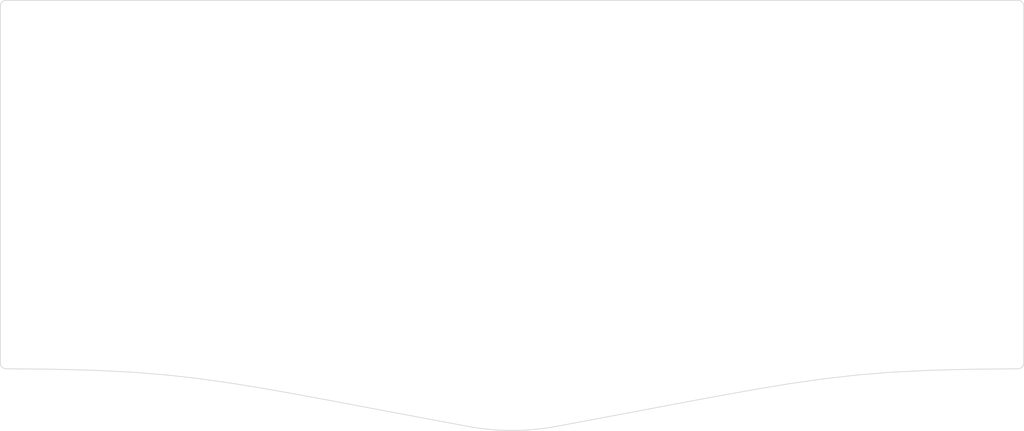
<source format=kicad_pcb>
(kicad_pcb (version 20171130) (host pcbnew 5.1.6)
  (title_block (title "hotswap_cuts") (rev "v1.0.0") (company "Unknown"))
  (layers (0 F.Cu signal) (31 B.Cu signal) (34 B.Paste user) (35 F.Paste user) (36 B.SilkS user) (37 F.SilkS user) (38 B.Mask user) (39 F.Mask user) (44 Edge.Cuts user))
  (net 0 "")
  (footprint "pcb_shape" (at 0 0 0) (layer F.Cu)
    (property "Reference" "EC1" hide)
    (fp_line (start -12.575 -11.949998) (end -12.575 64.911298) (stroke (width 0.15)) (layer "Edge.Cuts"))
    (fp_line (start -11.326101 66.161299) (end -1.03077 66.261528) (stroke (width 0.15)) (layer "Edge.Cuts"))
    (fp_line (start -11.324999 -13.2) (end 206.6232 -13.2) (stroke (width 0.15)) (layer "Edge.Cuts"))
    (fp_line (start -1.03077 66.261528) (end 7.901166 66.498377) (stroke (width 0.15)) (layer "Edge.Cuts"))
    (fp_line (start 7.901166 66.498377) (end 15.872508 66.901151) (stroke (width 0.15)) (layer "Edge.Cuts"))
    (fp_line (start 15.872508 66.901151) (end 23.281004 67.49891) (stroke (width 0.15)) (layer "Edge.Cuts"))
    (fp_line (start 23.281004 67.49891) (end 30.51736 68.319453) (stroke (width 0.15)) (layer "Edge.Cuts"))
    (fp_line (start 30.51736 68.319453) (end 37.971492 69.388457) (stroke (width 0.15)) (layer "Edge.Cuts"))
    (fp_line (start 37.971492 69.388457) (end 44.23959 70.419299) (stroke (width 0.15)) (layer "Edge.Cuts"))
    (fp_line (start 44.23959 70.419299) (end 51.08305 71.632118) (stroke (width 0.15)) (layer "Edge.Cuts"))
    (fp_line (start 51.08305 71.632118) (end 58.700691 73.040555) (stroke (width 0.15)) (layer "Edge.Cuts"))
    (fp_line (start 58.700691 73.040555) (end 67.291954 74.658596) (stroke (width 0.15)) (layer "Edge.Cuts"))
    (fp_line (start 67.291954 74.658596) (end 77.056506 76.500462) (stroke (width 0.15)) (layer "Edge.Cuts"))
    (fp_line (start 77.056506 76.500462) (end 88.193036 78.580246) (stroke (width 0.15)) (layer "Edge.Cuts"))
    (fp_line (start 118.241693 76.500462) (end 107.105152 78.580248) (stroke (width 0.15)) (layer "Edge.Cuts"))
    (fp_line (start 128.006245 74.658596) (end 118.241693 76.500462) (stroke (width 0.15)) (layer "Edge.Cuts"))
    (fp_line (start 136.597508 73.040555) (end 128.006245 74.658596) (stroke (width 0.15)) (layer "Edge.Cuts"))
    (fp_line (start 144.215149 71.632118) (end 136.597508 73.040555) (stroke (width 0.15)) (layer "Edge.Cuts"))
    (fp_line (start 151.058609 70.419299) (end 144.215149 71.632118) (stroke (width 0.15)) (layer "Edge.Cuts"))
    (fp_line (start 157.326707 69.388457) (end 151.058609 70.419299) (stroke (width 0.15)) (layer "Edge.Cuts"))
    (fp_line (start 164.780839 68.319453) (end 157.326707 69.388457) (stroke (width 0.15)) (layer "Edge.Cuts"))
    (fp_line (start 172.017195 67.49891) (end 164.780839 68.319453) (stroke (width 0.15)) (layer "Edge.Cuts"))
    (fp_line (start 179.425691 66.901151) (end 172.017195 67.49891) (stroke (width 0.15)) (layer "Edge.Cuts"))
    (fp_line (start 187.397033 66.498377) (end 179.425691 66.901151) (stroke (width 0.15)) (layer "Edge.Cuts"))
    (fp_line (start 196.328969 66.261528) (end 187.397033 66.498377) (stroke (width 0.15)) (layer "Edge.Cuts"))
    (fp_line (start 206.624415 66.161298) (end 196.328969 66.261528) (stroke (width 0.15)) (layer "Edge.Cuts"))
    (fp_line (start 207.8732 -11.95) (end 207.873199 64.9113) (stroke (width 0.15)) (layer "Edge.Cuts"))
    (fp_arc (start -11.325 -11.95) (end -12.575 -11.95) (angle 90) (stroke (width 0.15)) (layer "Edge.Cuts"))
    (fp_arc (start -11.325 64.9113) (end -11.326101 66.1613) (angle 90) (stroke (width 0.15)) (layer "Edge.Cuts"))
    (fp_arc (start 97.6491 27.5619) (end 107.105152 78.580248) (angle 21) (stroke (width 0.15)) (layer "Edge.Cuts"))
    (fp_arc (start 206.6232 -11.95) (end 206.6232 -13.2) (angle 90) (stroke (width 0.15)) (layer "Edge.Cuts"))
    (fp_arc (start 206.6232 64.9113) (end 207.8732 64.9113) (angle 90) (stroke (width 0.15)) (layer "Edge.Cuts"))
  )
  (footprint "hotswap_v2_pin_cutout" (at 0 0 0) (layer "F.Cu")
    (property "Reference" "GL1" hide)
  )
  (footprint "hotswap_v2_pin_cutout" (at 21.9372417 0.5976804999999992 -3.5) (layer "F.Cu")
    (property "Reference" "GL2" hide)
  )
  (footprint "hotswap_v2_pin_cutout" (at 41.426508399999996 2.3884925999999993 -7) (layer "F.Cu")
    (property "Reference" "GL3" hide)
  )
  (footprint "hotswap_v2_pin_cutout" (at 60.770097199999995 5.3657557 -10.5) (layer "F.Cu")
    (property "Reference" "GL4" hide)
  )
  (footprint "hotswap_v2_pin_cutout" (at 79.4519404 8.828230600000001 -10.5) (layer "F.Cu")
    (property "Reference" "GL5" hide)
  )
  (footprint "hotswap_v2_pin_cutout" (at 195.298199 0 0) (layer "F.Cu")
    (property "Reference" "GL6" hide)
  )
  (footprint "hotswap_v2_pin_cutout" (at 173.3609573 0.5976804999999992 3.5) (layer "F.Cu")
    (property "Reference" "GL7" hide)
  )
  (footprint "hotswap_v2_pin_cutout" (at 153.87169060000002 2.3884925999999993 7) (layer "F.Cu")
    (property "Reference" "GL8" hide)
  )
  (footprint "hotswap_v2_pin_cutout" (at 134.5281018 5.3657557 10.5) (layer "F.Cu")
    (property "Reference" "GL9" hide)
  )
  (footprint "hotswap_v2_pin_cutout" (at 115.84625860000001 8.828230600000001 10.5) (layer "F.Cu")
    (property "Reference" "GL10" hide)
  )
  (footprint "hotswap_v2_pin_cutout" (at 0 19 0) (layer "F.Cu")
    (property "Reference" "GL11" hide)
  )
  (footprint "hotswap_v2_pin_cutout" (at 21.9372417 19.5976805 -3.5) (layer "F.Cu")
    (property "Reference" "GL12" hide)
  )
  (footprint "hotswap_v2_pin_cutout" (at 41.426508399999996 21.3884926 -7) (layer "F.Cu")
    (property "Reference" "GL13" hide)
  )
  (footprint "hotswap_v2_pin_cutout" (at 60.770097199999995 24.3657557 -10.5) (layer "F.Cu")
    (property "Reference" "GL14" hide)
  )
  (footprint "hotswap_v2_pin_cutout" (at 79.4519404 27.8282306 -10.5) (layer "F.Cu")
    (property "Reference" "GL15" hide)
  )
  (footprint "hotswap_v2_pin_cutout" (at 195.298199 19 0) (layer "F.Cu")
    (property "Reference" "GL16" hide)
  )
  (footprint "hotswap_v2_pin_cutout" (at 173.3609573 19.5976805 3.5) (layer "F.Cu")
    (property "Reference" "GL17" hide)
  )
  (footprint "hotswap_v2_pin_cutout" (at 153.87169060000002 21.3884926 7) (layer "F.Cu")
    (property "Reference" "GL18" hide)
  )
  (footprint "hotswap_v2_pin_cutout" (at 134.5281018 24.3657557 10.5) (layer "F.Cu")
    (property "Reference" "GL19" hide)
  )
  (footprint "hotswap_v2_pin_cutout" (at 115.84625860000001 27.8282306 10.5) (layer "F.Cu")
    (property "Reference" "GL20" hide)
  )
  (footprint "hotswap_v2_pin_cutout" (at -2.375 38 0) (layer "F.Cu")
    (property "Reference" "GL21" hide)
  )
  (footprint "hotswap_v2_pin_cutout" (at 16.910685 38.2945468 -1.75) (layer "F.Cu")
    (property "Reference" "GL22" hide)
  )
  (footprint "hotswap_v2_pin_cutout" (at 36.575537600000004 39.6480929 -6.125) (layer "F.Cu")
    (property "Reference" "GL23" hide)
  )
  (footprint "hotswap_v2_pin_cutout" (at 56.0798355 42.497808199999994 -10.5) (layer "F.Cu")
    (property "Reference" "GL24" hide)
  )
  (footprint "hotswap_v2_pin_cutout" (at 74.7616788 45.9602831 -10.5) (layer "F.Cu")
    (property "Reference" "GL25" hide)
  )
  (footprint "hotswap_v2_pin_cutout" (at 197.673199 38 0) (layer "F.Cu")
    (property "Reference" "GL26" hide)
  )
  (footprint "hotswap_v2_pin_cutout" (at 178.387514 38.2945468 1.75) (layer "F.Cu")
    (property "Reference" "GL27" hide)
  )
  (footprint "hotswap_v2_pin_cutout" (at 158.7226614 39.6480929 6.125) (layer "F.Cu")
    (property "Reference" "GL28" hide)
  )
  (footprint "hotswap_v2_pin_cutout" (at 139.2183635 42.497808199999994 10.5) (layer "F.Cu")
    (property "Reference" "GL29" hide)
  )
  (footprint "hotswap_v2_pin_cutout" (at 120.53652020000001 45.9602831 10.5) (layer "F.Cu")
    (property "Reference" "GL30" hide)
  )
  (footprint "hotswap_v2_pin_cutout" (at 32.709803699999995 60.9141801 -10.5) (layer "F.Cu")
    (property "Reference" "GL31" hide)
  )
  (footprint "hotswap_v2_pin_cutout" (at 55.5704803 65.15115610000001 -10.5) (layer "F.Cu")
    (property "Reference" "GL32" hide)
  )
  (footprint "hotswap_v2_pin_cutout" (at 76.587554 69.04644040000001 -10.5) (layer "F.Cu")
    (property "Reference" "GL33" hide)
  )
  (footprint "hotswap_v2_pin_cutout" (at 162.5883953 60.9141801 10.5) (layer "F.Cu")
    (property "Reference" "GL34" hide)
  )
  (footprint "hotswap_v2_pin_cutout" (at 139.72771870000003 65.15115610000001 10.5) (layer "F.Cu")
    (property "Reference" "GL35" hide)
  )
  (footprint "hotswap_v2_pin_cutout" (at 118.71064500000001 69.04644040000001 10.5) (layer "F.Cu")
    (property "Reference" "GL36" hide)
  )
)
</source>
